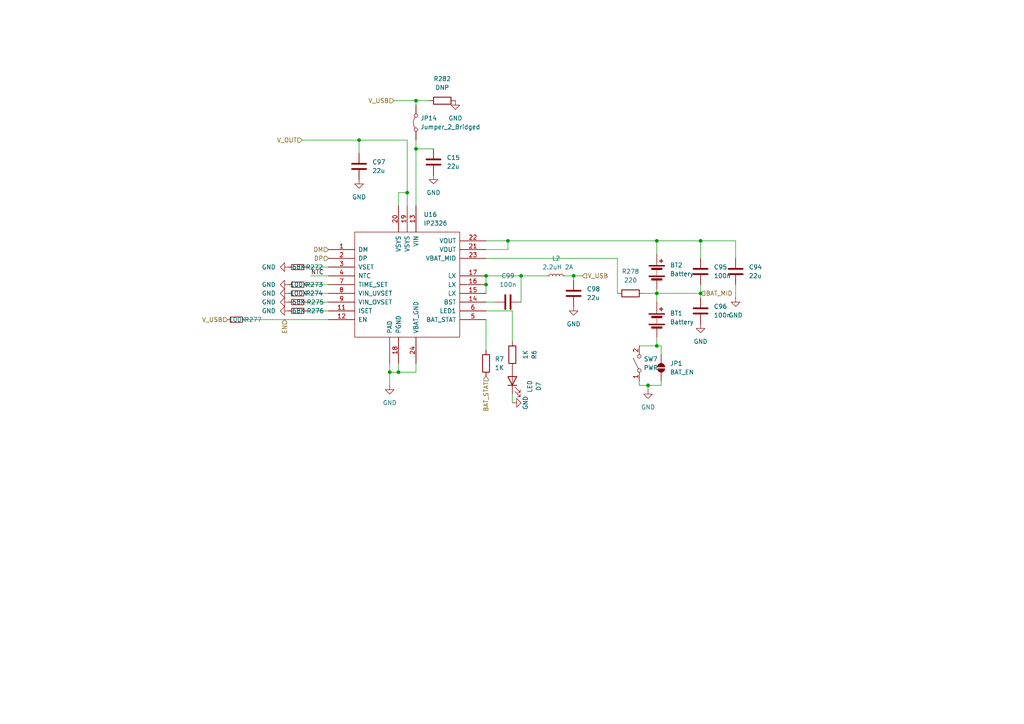
<source format=kicad_sch>
(kicad_sch (version 20231120) (generator "eeschema") (generator_version "8.0")
  (paper "A4")
  (lib_symbols
    (symbol "Device:Battery" (pin_numbers hide) (pin_names (offset 0) hide)
      (property "Reference" "BT" (at 2.54 2.54 0))
      (property "Value" "Battery" (at 2.54 0 0))
      (symbol "Battery_0_1"
        (rectangle (start -2.286 -1.27) (end 2.286 -1.524) (fill (type outline)))
        (rectangle (start -2.286 1.778) (end 2.286 1.524) (fill (type outline)))
        (rectangle (start -1.524 -2.032) (end 1.524 -2.54) (fill (type outline)))
        (rectangle (start -1.524 1.016) (end 1.524 0.508) (fill (type outline)))
        (polyline (pts (xy 0 -1.016) (xy 0 -0.762)))
        (polyline (pts (xy 0 -0.508) (xy 0 -0.254)))
        (polyline (pts (xy 0 0) (xy 0 0.254)))
        (polyline (pts (xy 0 1.778) (xy 0 2.54)))
        (polyline (pts (xy 0.762 3.048) (xy 1.778 3.048)) (stroke (width 0.254)))
        (polyline (pts (xy 1.27 3.556) (xy 1.27 2.54)) (stroke (width 0.254)))
      )
      (symbol "Battery_1_1"
        (pin passive line (at 0 5.08 270) (length 2.54) (name "+") (number "1"))
        (pin passive line (at 0 -5.08 90) (length 2.54) (name "-") (number "2"))
      )
    )
    (symbol "Device:C" (pin_numbers hide) (pin_names (offset 0.254))
      (property "Reference" "C" (at 0.635 2.54 0))
      (property "Value" "C" (at 0.635 -2.54 0))
      (symbol "C_0_1"
        (polyline (pts (xy -2.032 -0.762) (xy 2.032 -0.762)) (stroke (width 0.508)))
        (polyline (pts (xy -2.032 0.762) (xy 2.032 0.762)) (stroke (width 0.508)))
      )
      (symbol "C_1_1"
        (pin passive line (at 0 3.81 270) (length 2.794) (name "~") (number "1"))
        (pin passive line (at 0 -3.81 90) (length 2.794) (name "~") (number "2"))
      )
    )
    (symbol "Device:LED" (pin_numbers hide) (pin_names (offset 1.016) hide)
      (property "Reference" "D" (at 0 2.54 0))
      (property "Value" "LED" (at 0 -2.54 0))
      (symbol "LED_0_1"
        (polyline (pts (xy -1.27 -1.27) (xy -1.27 1.27)) (stroke (width 0.254)))
        (polyline (pts (xy -1.27 0) (xy 1.27 0)))
        (polyline (pts (xy 1.27 -1.27) (xy 1.27 1.27) (xy -1.27 0) (xy 1.27 -1.27)) (stroke (width 0.254)))
        (polyline (pts (xy -3.048 -0.762) (xy -4.572 -2.286) (xy -3.81 -2.286) (xy -4.572 -2.286) (xy -4.572 -1.524)))
        (polyline (pts (xy -1.778 -0.762) (xy -3.302 -2.286) (xy -2.54 -2.286) (xy -3.302 -2.286) (xy -3.302 -1.524)))
      )
      (symbol "LED_1_1"
        (pin passive line (at -3.81 0 0) (length 2.54) (name "K") (number "1"))
        (pin passive line (at 3.81 0 180) (length 2.54) (name "A") (number "2"))
      )
    )
    (symbol "Device:L_Small" (pin_numbers hide) (pin_names (offset 0.254) hide)
      (property "Reference" "L" (at 0.762 1.016 0))
      (property "Value" "L_Small" (at 0.762 -1.016 0))
      (symbol "L_Small_0_1"
        (arc (start 0 -2.032) (mid 0.5058 -1.524) (end 0 -1.016))
        (arc (start 0 -1.016) (mid 0.5058 -0.508) (end 0 0))
        (arc (start 0 0) (mid 0.5058 0.508) (end 0 1.016))
        (arc (start 0 1.016) (mid 0.5058 1.524) (end 0 2.032))
      )
      (symbol "L_Small_1_1"
        (pin passive line (at 0 2.54 270) (length 0.508) (name "~") (number "1"))
        (pin passive line (at 0 -2.54 90) (length 0.508) (name "~") (number "2"))
      )
    )
    (symbol "Device:R" (pin_numbers hide) (pin_names (offset 0))
      (property "Reference" "R" (at 2.032 0 90))
      (property "Value" "R" (at 0 0 90))
      (symbol "R_0_1"
        (rectangle (start -1.016 -2.54) (end 1.016 2.54) (stroke (width 0.254)))
      )
      (symbol "R_1_1"
        (pin passive line (at 0 3.81 270) (length 1.27) (name "~") (number "1"))
        (pin passive line (at 0 -3.81 90) (length 1.27) (name "~") (number "2"))
      )
    )
    (symbol "Device:R_Small" (pin_numbers hide) (pin_names (offset 0.254) hide)
      (property "Reference" "R" (at 0.762 0.508 0))
      (property "Value" "R_Small" (at 0.762 -1.016 0))
      (symbol "R_Small_0_1"
        (rectangle (start -0.762 1.778) (end 0.762 -1.778) (stroke (width 0.2032)))
      )
      (symbol "R_Small_1_1"
        (pin passive line (at 0 2.54 270) (length 0.762) (name "~") (number "1"))
        (pin passive line (at 0 -2.54 90) (length 0.762) (name "~") (number "2"))
      )
    )
    (symbol "IGG1_OctoDriver-rescue:GND" (power) (pin_names (offset 0))
      (property "Value" "GND" (at 0 -3.81 0))
      (symbol "GND_0_1"
        (polyline (pts (xy 0 0) (xy 0 -1.27) (xy 1.27 -1.27) (xy 0 -2.54) (xy -1.27 -1.27) (xy 0 -1.27)))
      )
      (symbol "GND_1_1"
        (pin power_in line (at 0 0 270) (length 0) hide (name "GND") (number "1"))
      )
    )
    (symbol "IP2326:IP2326" (pin_names (offset 1.016))
      (property "Reference" "U16" (at 4.7341 20.32 0))
      (property "Value" "IP2326" (at 4.7341 17.78 0))
      (symbol "IP2326_1_0"
        (rectangle (start -15.24 -15.24) (end 15.24 15.24))
      )
      (symbol "IP2326_1_1"
        (pin input line (at -5.08 -22.86 90) (length 7.62) (name "PAD") (number ""))
        (pin input line (at -22.86 10.16 0) (length 7.62) (name "DM") (number "1"))
        (pin input line (at -22.86 -7.62 0) (length 7.62) (name "ISET") (number "11"))
        (pin input line (at -22.86 -10.16 0) (length 7.62) (name "EN") (number "12"))
        (pin input line (at 2.54 22.86 270) (length 7.62) (name "VIN") (number "13"))
        (pin input line (at 22.86 -5.08 180) (length 7.62) (name "BST") (number "14"))
        (pin input line (at 22.86 -2.54 180) (length 7.62) (name "LX") (number "15"))
        (pin input line (at 22.86 0 180) (length 7.62) (name "LX") (number "16"))
        (pin input line (at 22.86 2.54 180) (length 7.62) (name "LX") (number "17"))
        (pin power_in line (at -2.54 -22.86 90) (length 7.62) (name "PGND") (number "18"))
        (pin input line (at 0 22.86 270) (length 7.62) (name "VSYS") (number "19"))
        (pin input line (at -22.86 7.62 0) (length 7.62) (name "DP") (number "2"))
        (pin input line (at -2.54 22.86 270) (length 7.62) (name "VSYS") (number "20"))
        (pin output line (at 22.86 10.16 180) (length 7.62) (name "VOUT") (number "21"))
        (pin output line (at 22.86 12.7 180) (length 7.62) (name "VOUT") (number "22"))
        (pin input line (at 22.86 7.62 180) (length 7.62) (name "VBAT_MID") (number "23"))
        (pin power_in line (at 2.54 -22.86 90) (length 7.62) (name "VBAT_GND") (number "24"))
        (pin input line (at -22.86 5.08 0) (length 7.62) (name "VSET") (number "3"))
        (pin input line (at -22.86 2.54 0) (length 7.62) (name "NTC") (number "4"))
        (pin input line (at 22.86 -10.16 180) (length 7.62) (name "BAT_STAT") (number "5"))
        (pin input line (at 22.86 -7.62 180) (length 7.62) (name "LED1") (number "6"))
        (pin input line (at -22.86 0 0) (length 7.62) (name "TIME_SET") (number "7"))
        (pin input line (at -22.86 -2.54 0) (length 7.62) (name "VIN_UVSET") (number "8"))
        (pin input line (at -22.86 -5.08 0) (length 7.62) (name "VIN_OVSET") (number "9"))
      )
    )
    (symbol "Jumper:Jumper_2_Bridged" (pin_numbers hide) (pin_names (offset 0) hide) (exclude_from_sim yes)
      (property "Reference" "JP" (at 0 1.905 0))
      (property "Value" "Jumper_2_Bridged" (at 0 -2.54 0))
      (symbol "Jumper_2_Bridged_0_0"
        (circle (center -2.032 0) (radius 0.508))
        (circle (center 2.032 0) (radius 0.508))
      )
      (symbol "Jumper_2_Bridged_0_1"
        (arc (start 1.524 0.254) (mid 0 0.762) (end -1.524 0.254))
      )
      (symbol "Jumper_2_Bridged_1_1"
        (pin passive line (at -5.08 0 0) (length 2.54) (name "A") (number "1"))
        (pin passive line (at 5.08 0 180) (length 2.54) (name "B") (number "2"))
      )
    )
    (symbol "Jumper:SolderJumper_2_Open" (pin_numbers hide) (pin_names (offset 0) hide) (exclude_from_sim yes) (in_bom no)
      (property "Reference" "JP" (at 0 2.032 0))
      (property "Value" "SolderJumper_2_Open" (at 0 -2.54 0))
      (symbol "SolderJumper_2_Open_0_1"
        (arc (start -0.254 1.016) (mid -1.2656 0) (end -0.254 -1.016))
        (arc (start -0.254 1.016) (mid -1.2656 0) (end -0.254 -1.016) (fill (type outline)))
        (polyline (pts (xy -0.254 1.016) (xy -0.254 -1.016)))
        (polyline (pts (xy 0.254 1.016) (xy 0.254 -1.016)))
        (arc (start 0.254 -1.016) (mid 1.2656 0) (end 0.254 1.016))
        (arc (start 0.254 -1.016) (mid 1.2656 0) (end 0.254 1.016) (fill (type outline)))
      )
      (symbol "SolderJumper_2_Open_1_1"
        (pin passive line (at -3.81 0 0) (length 2.54) (name "A") (number "1"))
        (pin passive line (at 3.81 0 180) (length 2.54) (name "B") (number "2"))
      )
    )
    (symbol "Switch:SW_SPST" (pin_names (offset 0) hide)
      (property "Reference" "SW" (at 0 3.175 0))
      (property "Value" "SW_SPST" (at 0 -2.54 0))
      (symbol "SW_SPST_0_0"
        (circle (center -2.032 0) (radius 0.508))
        (polyline (pts (xy -1.524 0.254) (xy 1.524 1.778)))
        (circle (center 2.032 0) (radius 0.508))
      )
      (symbol "SW_SPST_1_1"
        (pin passive line (at -5.08 0 0) (length 2.54) (name "A") (number "1"))
        (pin passive line (at 5.08 0 180) (length 2.54) (name "B") (number "2"))
      )
    )
    (symbol "power:GND" (power) (pin_numbers hide) (pin_names (offset 0) hide)
      (property "Value" "GND" (at 0 -3.81 0))
      (symbol "GND_0_1"
        (polyline (pts (xy 0 0) (xy 0 -1.27) (xy 1.27 -1.27) (xy 0 -2.54) (xy -1.27 -1.27) (xy 0 -1.27)))
      )
      (symbol "GND_1_1"
        (pin power_in line (at 0 0 270) (length 0) (name "~") (number "1"))
      )
    )
  )
  (junction (at 120.65 29.21))
  (junction (at 203.2 69.85))
  (junction (at 140.97 80.01))
  (junction (at 147.32 69.85))
  (junction (at 190.5 100.33))
  (junction (at 203.2 85.09))
  (junction (at 118.11 55.88))
  (junction (at 104.14 40.64))
  (junction (at 113.03 107.95))
  (junction (at 166.37 80.01))
  (junction (at 187.96 111.76))
  (junction (at 151.13 80.01))
  (junction (at 190.5 85.09))
  (junction (at 120.65 43.18))
  (junction (at 115.57 107.95))
  (junction (at 140.97 82.55))
  (junction (at 190.5 69.85))
  (wire (pts (xy 151.13 87.63) (xy 151.13 80.01)))
  (wire (pts (xy 140.97 80.01) (xy 151.13 80.01)))
  (wire (pts (xy 191.77 111.76) (xy 187.96 111.76)))
  (wire (pts (xy 190.5 83.82) (xy 190.5 85.09)))
  (wire (pts (xy 166.37 80.01) (xy 166.37 81.28)))
  (wire (pts (xy 114.3 29.21) (xy 120.65 29.21)))
  (wire (pts (xy 190.5 100.33) (xy 190.5 97.79)))
  (wire (pts (xy 148.59 116.84) (xy 148.59 114.3)))
  (wire (pts (xy 120.65 29.21) (xy 124.46 29.21)))
  (wire (pts (xy 187.96 111.76) (xy 185.42 111.76)))
  (wire (pts (xy 148.59 90.17) (xy 148.59 99.06)))
  (wire (pts (xy 185.42 100.33) (xy 190.5 100.33)))
  (wire (pts (xy 88.9 77.47) (xy 95.25 77.47)))
  (wire (pts (xy 148.59 90.17) (xy 140.97 90.17)))
  (wire (pts (xy 190.5 69.85) (xy 190.5 73.66)))
  (wire (pts (xy 88.9 90.17) (xy 95.25 90.17)))
  (wire (pts (xy 140.97 80.01) (xy 140.97 82.55)))
  (wire (pts (xy 140.97 72.39) (xy 147.32 72.39)))
  (wire (pts (xy 140.97 69.85) (xy 147.32 69.85)))
  (wire (pts (xy 140.97 87.63) (xy 143.51 87.63)))
  (wire (pts (xy 203.2 85.09) (xy 203.2 86.36)))
  (wire (pts (xy 71.12 92.71) (xy 95.25 92.71)))
  (wire (pts (xy 163.83 80.01) (xy 166.37 80.01)))
  (wire (pts (xy 115.57 107.95) (xy 113.03 107.95)))
  (wire (pts (xy 166.37 80.01) (xy 168.91 80.01)))
  (wire (pts (xy 120.65 43.18) (xy 120.65 59.69)))
  (wire (pts (xy 151.13 80.01) (xy 158.75 80.01)))
  (wire (pts (xy 203.2 69.85) (xy 203.2 74.93)))
  (wire (pts (xy 147.32 69.85) (xy 190.5 69.85)))
  (wire (pts (xy 191.77 102.87) (xy 191.77 100.33)))
  (wire (pts (xy 140.97 82.55) (xy 140.97 85.09)))
  (wire (pts (xy 115.57 55.88) (xy 118.11 55.88)))
  (wire (pts (xy 120.65 40.64) (xy 120.65 43.18)))
  (wire (pts (xy 185.42 111.76) (xy 185.42 110.49)))
  (wire (pts (xy 140.97 92.71) (xy 140.97 101.6)))
  (wire (pts (xy 191.77 110.49) (xy 191.77 111.76)))
  (wire (pts (xy 88.9 85.09) (xy 95.25 85.09)))
  (wire (pts (xy 179.07 85.09) (xy 179.07 74.93)))
  (wire (pts (xy 213.36 69.85) (xy 203.2 69.85)))
  (wire (pts (xy 147.32 72.39) (xy 147.32 69.85)))
  (wire (pts (xy 88.9 82.55) (xy 95.25 82.55)))
  (wire (pts (xy 186.69 85.09) (xy 190.5 85.09)))
  (wire (pts (xy 90.17 80.01) (xy 95.25 80.01)))
  (wire (pts (xy 87.63 40.64) (xy 104.14 40.64)))
  (wire (pts (xy 203.2 69.85) (xy 190.5 69.85)))
  (wire (pts (xy 213.36 82.55) (xy 213.36 86.36)))
  (wire (pts (xy 104.14 40.64) (xy 118.11 40.64)))
  (wire (pts (xy 118.11 59.69) (xy 118.11 55.88)))
  (wire (pts (xy 104.14 40.64) (xy 104.14 44.45)))
  (wire (pts (xy 179.07 74.93) (xy 140.97 74.93)))
  (wire (pts (xy 113.03 107.95) (xy 113.03 105.41)))
  (wire (pts (xy 213.36 74.93) (xy 213.36 69.85)))
  (wire (pts (xy 125.73 43.18) (xy 120.65 43.18)))
  (wire (pts (xy 190.5 85.09) (xy 203.2 85.09)))
  (wire (pts (xy 191.77 100.33) (xy 190.5 100.33)))
  (wire (pts (xy 120.65 29.21) (xy 120.65 30.48)))
  (wire (pts (xy 118.11 55.88) (xy 118.11 40.64)))
  (wire (pts (xy 88.9 87.63) (xy 95.25 87.63)))
  (wire (pts (xy 115.57 59.69) (xy 115.57 55.88)))
  (wire (pts (xy 115.57 105.41) (xy 115.57 107.95)))
  (wire (pts (xy 190.5 85.09) (xy 190.5 87.63)))
  (wire (pts (xy 113.03 111.76) (xy 113.03 107.95)))
  (wire (pts (xy 120.65 107.95) (xy 115.57 107.95)))
  (wire (pts (xy 203.2 82.55) (xy 203.2 85.09)))
  (wire (pts (xy 187.96 111.76) (xy 187.96 113.03)))
  (wire (pts (xy 120.65 105.41) (xy 120.65 107.95)))
  (label "NTC" (at 90.17 80.01 0))
  (hierarchical_label "DP" (shape input) (at 95.25 74.93 180))
  (hierarchical_label "BAT_STAT" (shape input) (at 140.97 109.22 270))
  (hierarchical_label "DM" (shape input) (at 95.25 72.39 180))
  (hierarchical_label "EN" (shape input) (at 82.55 92.71 270))
  (hierarchical_label "V_USB" (shape input) (at 66.04 92.71 180))
  (hierarchical_label "V_USB" (shape input) (at 114.3 29.21 180))
  (hierarchical_label "V_OUT" (shape input) (at 87.63 40.64 180))
  (hierarchical_label "V_USB" (shape input) (at 168.91 80.01 0))
  (hierarchical_label "BAT_MID" (shape input) (at 203.2 85.09 0))
  (symbol (lib_id "Device:R") (at 128.27 29.21 90) (unit 1)
    (property "Reference" "R282" (at 128.27 22.86 90))
    (property "Value" "DNP" (at 128.27 25.4 90))
    (property "Footprint" "Resistor_SMD:R_0603_1608Metric" (effects (hide yes)))
    (property "Description" "Resistor" (effects (hide yes)))
  )
  (symbol (lib_id "IP2326:IP2326") (at 118.11 82.55 0) (unit 1)
    (property "Reference" "U16" (at 122.8441 62.23 0) (effects (justify left)))
    (property "Value" "IP2326" (at 122.8441 64.77 0) (effects (justify left)))
    (property "Footprint" "Package_DFN_QFN:QFN-24-1EP_4x4mm_P0.5mm_EP2.6x2.6mm_ThermalVias" (effects (hide yes)))
    (property "Datasheet" "DOCUMENTATION" (effects (hide yes)))
    (property "LCSC" "C2832094" (effects (hide yes)))
  )
  (symbol (lib_id "Jumper:SolderJumper_2_Open") (at 191.77 106.68 90) (unit 1) (exclude_from_sim yes) (in_bom no)
    (property "Reference" "JP1" (at 194.31 105.4099 90) (effects (justify right)))
    (property "Value" "BAT_EN" (at 194.31 107.9499 90) (effects (justify right)))
    (property "Description" "Solder Jumper, 2-pole, open" (effects (hide yes)))
  )
  (symbol (lib_id "power:GND") (at 83.82 82.55 270) (unit 1)
    (property "Reference" "#PWR0239" (effects (hide yes)))
    (property "Value" "GND" (at 80.01 82.5499 90) (effects (justify right)))
    (property "Description" "Power symbol creates a global label with name \"GND\" , ground" (effects (hide yes)))
  )
  (symbol (lib_id "Switch:SW_SPST") (at 185.42 105.41 90) (unit 1)
    (property "Reference" "SW7" (at 186.69 104.1399 90) (effects (justify right)))
    (property "Value" "PWR" (at 186.69 106.6799 90) (effects (justify right)))
    (property "Description" "Single Pole Single Throw (SPST) switch" (effects (hide yes)))
  )
  (symbol (lib_id "Device:R") (at 182.88 85.09 90) (unit 1)
    (property "Reference" "R278" (at 182.88 78.74 90))
    (property "Value" "220" (at 182.88 81.28 90))
    (property "Footprint" "Resistor_SMD:R_0603_1608Metric" (effects (hide yes)))
    (property "Description" "Resistor" (effects (hide yes)))
    (property "LCSC" "C22962" (effects (hide yes)))
  )
  (symbol (lib_id "Device:R_Small") (at 86.36 77.47 90) (unit 1)
    (property "Reference" "R272" (at 91.186 77.47 90))
    (property "Value" "68K" (at 86.614 77.47 90))
    (property "Footprint" "Resistor_SMD:R_0603_1608Metric" (effects (hide yes)))
    (property "Description" "Resistor, small symbol" (effects (hide yes)))
    (property "LCSC" "C23231" (effects (hide yes)))
  )
  (symbol (lib_id "Device:C") (at 203.2 90.17 0) (unit 1)
    (property "Reference" "C96" (at 207.01 88.8999 0) (effects (justify left)))
    (property "Value" "100n" (at 207.01 91.4399 0) (effects (justify left)))
    (property "Footprint" "Capacitor_SMD:C_0603_1608Metric" (effects (hide yes)))
    (property "Description" "Unpolarized capacitor" (effects (hide yes)))
    (property "LCSC" "C14663" (effects (hide yes)))
  )
  (symbol (lib_id "Device:C") (at 213.36 78.74 0) (unit 1)
    (property "Reference" "C94" (at 217.17 77.4699 0) (effects (justify left)))
    (property "Value" "22u" (at 217.17 80.0099 0) (effects (justify left)))
    (property "Footprint" "Capacitor_SMD:C_1206_3216Metric" (effects (hide yes)))
    (property "Description" "Unpolarized capacitor" (effects (hide yes)))
    (property "LCSC" "C12891" (effects (hide yes)))
  )
  (symbol (lib_id "Device:R") (at 148.59 102.87 0) (unit 1)
    (property "Reference" "R6" (at 154.94 102.87 90))
    (property "Value" "1K" (at 152.4 102.87 90))
    (property "Footprint" "Resistor_SMD:R_0603_1608Metric" (effects (hide yes)))
    (property "Description" "Resistor" (effects (hide yes)))
    (property "LCSC" "C21190" (effects (hide yes)))
  )
  (symbol (lib_id "Device:LED") (at 148.59 110.49 90) (unit 1)
    (property "Reference" "D7" (at 156.21 112.0775 0))
    (property "Value" "LED" (at 153.67 112.0775 0))
    (property "Footprint" "LED_SMD:LED_0603_1608Metric" (effects (hide yes)))
    (property "Description" "Light emitting diode" (effects (hide yes)))
    (property "LCSC" "C2286" (effects (hide yes)))
  )
  (symbol (lib_id "Device:C") (at 125.73 46.99 0) (unit 1)
    (property "Reference" "C15" (at 129.54 45.7199 0) (effects (justify left)))
    (property "Value" "22u" (at 129.54 48.2599 0) (effects (justify left)))
    (property "Footprint" "Capacitor_SMD:C_1206_3216Metric" (effects (hide yes)))
    (property "Description" "Unpolarized capacitor" (effects (hide yes)))
    (property "LCSC" "C12891" (effects (hide yes)))
  )
  (symbol (lib_id "power:GND") (at 125.73 50.8 0) (unit 1)
    (property "Reference" "#PWR0259" (effects (hide yes)))
    (property "Value" "GND" (at 125.73 55.88 0))
    (property "Description" "Power symbol creates a global label with name \"GND\" , ground" (effects (hide yes)))
  )
  (symbol (lib_id "Device:R_Small") (at 68.58 92.71 90) (unit 1)
    (property "Reference" "R277" (at 73.406 92.71 90))
    (property "Value" "100K" (at 68.834 92.71 90))
    (property "Footprint" "Resistor_SMD:R_0603_1608Metric" (effects (hide yes)))
    (property "Description" "Resistor, small symbol" (effects (hide yes)))
    (property "LCSC" "C25803" (effects (hide yes)))
  )
  (symbol (lib_id "power:GND") (at 213.36 86.36 0) (unit 1)
    (property "Reference" "#PWR0246" (effects (hide yes)))
    (property "Value" "GND" (at 213.36 91.44 0))
    (property "Description" "Power symbol creates a global label with name \"GND\" , ground" (effects (hide yes)))
  )
  (symbol (lib_id "power:GND") (at 83.82 85.09 270) (unit 1)
    (property "Reference" "#PWR0240" (effects (hide yes)))
    (property "Value" "GND" (at 80.01 85.0899 90) (effects (justify right)))
    (property "Description" "Power symbol creates a global label with name \"GND\" , ground" (effects (hide yes)))
  )
  (symbol (lib_id "Device:R_Small") (at 86.36 87.63 90) (unit 1)
    (property "Reference" "R275" (at 91.44 87.63 90))
    (property "Value" "68K" (at 86.614 87.63 90))
    (property "Footprint" "Resistor_SMD:R_0603_1608Metric" (effects (hide yes)))
    (property "Description" "Resistor, small symbol" (effects (hide yes)))
    (property "LCSC" "C23231" (effects (hide yes)))
  )
  (symbol (lib_id "Device:Battery") (at 190.5 78.74 0) (unit 1)
    (property "Reference" "BT2" (at 194.31 76.8984 0) (effects (justify left)))
    (property "Value" "Battery" (at 194.31 79.4384 0) (effects (justify left)))
    (property "Footprint" "Battery:BatteryHolder_Keystone_1042_1x18650" (effects (hide yes)))
    (property "Description" "Multiple-cell battery" (effects (hide yes)))
  )
  (symbol (lib_id "Device:C") (at 147.32 87.63 90) (unit 1)
    (property "Reference" "C99" (at 147.32 80.01 90))
    (property "Value" "100n" (at 147.32 82.55 90))
    (property "Footprint" "Capacitor_SMD:C_0603_1608Metric" (effects (hide yes)))
    (property "Description" "Unpolarized capacitor" (effects (hide yes)))
    (property "LCSC" "C14663" (effects (hide yes)))
  )
  (symbol (lib_id "IGG1_OctoDriver-rescue:GND") (at 148.59 116.84 90) (mirror x) (unit 1)
    (property "Reference" "#PWR063" (effects (hide yes)))
    (property "Value" "GND" (at 152.4 116.84 0))
  )
  (symbol (lib_id "Device:R") (at 140.97 105.41 180) (unit 1)
    (property "Reference" "R7" (at 143.51 104.1399 0) (effects (justify right)))
    (property "Value" "1K" (at 143.51 106.6799 0) (effects (justify right)))
    (property "Footprint" "Resistor_SMD:R_0603_1608Metric" (effects (hide yes)))
    (property "Description" "Resistor" (effects (hide yes)))
    (property "LCSC" "C21190" (effects (hide yes)))
  )
  (symbol (lib_id "power:GND") (at 132.08 29.21 0) (unit 1)
    (property "Reference" "#PWR0248" (effects (hide yes)))
    (property "Value" "GND" (at 132.08 34.29 0))
    (property "Description" "Power symbol creates a global label with name \"GND\" , ground" (effects (hide yes)))
  )
  (symbol (lib_id "power:GND") (at 83.82 87.63 270) (unit 1)
    (property "Reference" "#PWR0241" (effects (hide yes)))
    (property "Value" "GND" (at 80.01 87.6299 90) (effects (justify right)))
    (property "Description" "Power symbol creates a global label with name \"GND\" , ground" (effects (hide yes)))
  )
  (symbol (lib_id "Device:Battery") (at 190.5 92.71 0) (unit 1)
    (property "Reference" "BT1" (at 194.31 90.8684 0) (effects (justify left)))
    (property "Value" "Battery" (at 194.31 93.4084 0) (effects (justify left)))
    (property "Footprint" "Battery:BatteryHolder_Keystone_1042_1x18650" (effects (hide yes)))
    (property "Description" "Multiple-cell battery" (effects (hide yes)))
  )
  (symbol (lib_id "power:GND") (at 203.2 93.98 0) (unit 1)
    (property "Reference" "#PWR0245" (effects (hide yes)))
    (property "Value" "GND" (at 203.2 99.06 0))
    (property "Description" "Power symbol creates a global label with name \"GND\" , ground" (effects (hide yes)))
  )
  (symbol (lib_id "Device:R_Small") (at 86.36 85.09 90) (unit 1)
    (property "Reference" "R274" (at 91.186 85.09 90))
    (property "Value" "100K" (at 86.614 85.09 90))
    (property "Footprint" "Resistor_SMD:R_0603_1608Metric" (effects (hide yes)))
    (property "Description" "Resistor, small symbol" (effects (hide yes)))
    (property "LCSC" "C25803" (effects (hide yes)))
  )
  (symbol (lib_id "power:GND") (at 83.82 90.17 270) (unit 1)
    (property "Reference" "#PWR0242" (effects (hide yes)))
    (property "Value" "GND" (at 80.01 90.1699 90) (effects (justify right)))
    (property "Description" "Power symbol creates a global label with name \"GND\" , ground" (effects (hide yes)))
  )
  (symbol (lib_id "Jumper:Jumper_2_Bridged") (at 120.65 35.56 90) (unit 1) (exclude_from_sim yes)
    (property "Reference" "JP14" (at 121.92 34.2899 90) (effects (justify right)))
    (property "Value" "Jumper_2_Bridged" (at 121.92 36.8299 90) (effects (justify right)))
    (property "Description" "Jumper, 2-pole, closed/bridged" (effects (hide yes)))
  )
  (symbol (lib_id "Device:R_Small") (at 86.36 82.55 90) (unit 1)
    (property "Reference" "R273" (at 91.186 82.55 90))
    (property "Value" "100K" (at 86.614 82.55 90))
    (property "Footprint" "Resistor_SMD:R_0603_1608Metric" (effects (hide yes)))
    (property "Description" "Resistor, small symbol" (effects (hide yes)))
    (property "LCSC" "C25803" (effects (hide yes)))
  )
  (symbol (lib_id "Device:L_Small") (at 161.29 80.01 90) (unit 1)
    (property "Reference" "L2" (at 161.29 74.93 90))
    (property "Value" "2.2uH 2A" (at 161.798 77.47 90))
    (property "Footprint" "Inductor_SMD:L_1008_2520Metric" (effects (hide yes)))
    (property "Description" "Inductor, small symbol" (effects (hide yes)))
    (property "LCSC" "C488330" (effects (hide yes)))
  )
  (symbol (lib_id "power:GND") (at 187.96 113.03 0) (unit 1)
    (property "Reference" "#PWR0244" (effects (hide yes)))
    (property "Value" "GND" (at 187.96 118.11 0))
    (property "Description" "Power symbol creates a global label with name \"GND\" , ground" (effects (hide yes)))
  )
  (symbol (lib_id "Device:C") (at 203.2 78.74 0) (unit 1)
    (property "Reference" "C95" (at 207.01 77.4699 0) (effects (justify left)))
    (property "Value" "100n" (at 207.01 80.0099 0) (effects (justify left)))
    (property "Footprint" "Capacitor_SMD:C_0603_1608Metric" (effects (hide yes)))
    (property "Description" "Unpolarized capacitor" (effects (hide yes)))
    (property "LCSC" "C14663" (effects (hide yes)))
  )
  (symbol (lib_id "Device:R_Small") (at 86.36 90.17 90) (unit 1)
    (property "Reference" "R276" (at 91.44 90.17 90))
    (property "Value" "68K" (at 86.614 90.17 90))
    (property "Footprint" "Resistor_SMD:R_0603_1608Metric" (effects (hide yes)))
    (property "Description" "Resistor, small symbol" (effects (hide yes)))
    (property "LCSC" "C23231" (effects (hide yes)))
  )
  (symbol (lib_id "Device:C") (at 104.14 48.26 0) (unit 1)
    (property "Reference" "C97" (at 107.95 46.9899 0) (effects (justify left)))
    (property "Value" "22u" (at 107.95 49.5299 0) (effects (justify left)))
    (property "Footprint" "Capacitor_SMD:C_1206_3216Metric" (effects (hide yes)))
    (property "Description" "Unpolarized capacitor" (effects (hide yes)))
    (property "LCSC" "C12891" (effects (hide yes)))
  )
  (symbol (lib_id "power:GND") (at 104.14 52.07 0) (unit 1)
    (property "Reference" "#PWR0249" (effects (hide yes)))
    (property "Value" "GND" (at 104.14 57.15 0))
    (property "Description" "Power symbol creates a global label with name \"GND\" , ground" (effects (hide yes)))
  )
  (symbol (lib_id "power:GND") (at 113.03 111.76 0) (unit 1)
    (property "Reference" "#PWR0243" (effects (hide yes)))
    (property "Value" "GND" (at 113.03 116.84 0))
    (property "Description" "Power symbol creates a global label with name \"GND\" , ground" (effects (hide yes)))
  )
  (symbol (lib_id "Device:C") (at 166.37 85.09 0) (unit 1)
    (property "Reference" "C98" (at 170.18 83.8199 0) (effects (justify left)))
    (property "Value" "22u" (at 170.18 86.3599 0) (effects (justify left)))
    (property "Footprint" "Capacitor_SMD:C_1206_3216Metric" (effects (hide yes)))
    (property "Description" "Unpolarized capacitor" (effects (hide yes)))
    (property "LCSC" "C12891" (effects (hide yes)))
  )
  (symbol (lib_id "power:GND") (at 83.82 77.47 270) (unit 1)
    (property "Reference" "#PWR0238" (effects (hide yes)))
    (property "Value" "GND" (at 80.01 77.4699 90) (effects (justify right)))
    (property "Description" "Power symbol creates a global label with name \"GND\" , ground" (effects (hide yes)))
  )
  (symbol (lib_id "power:GND") (at 166.37 88.9 0) (unit 1)
    (property "Reference" "#PWR0247" (effects (hide yes)))
    (property "Value" "GND" (at 166.37 93.98 0))
    (property "Description" "Power symbol creates a global label with name \"GND\" , ground" (effects (hide yes)))
  )
)
</source>
